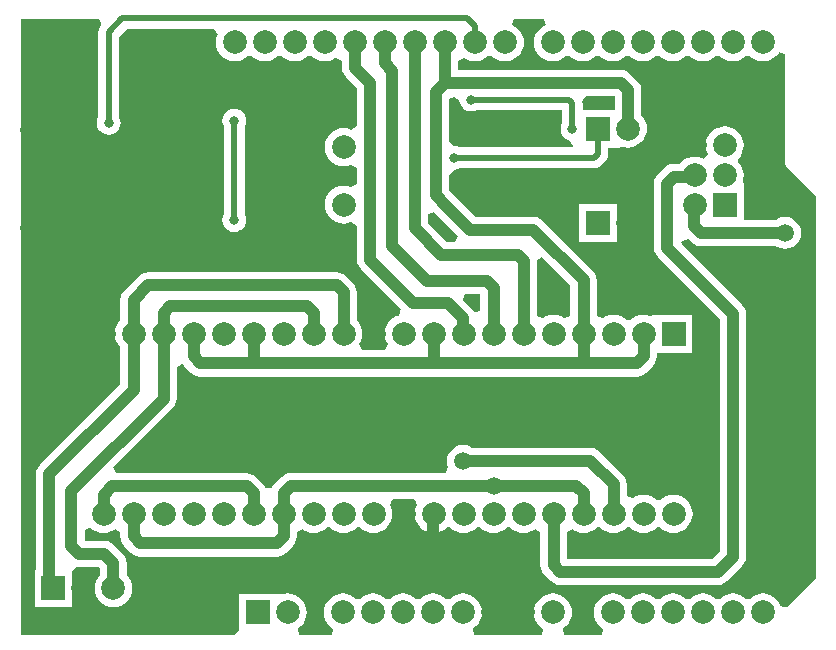
<source format=gbr>
%TF.GenerationSoftware,Altium Limited,Altium Designer,20.2.6 (244)*%
G04 Layer_Physical_Order=2*
G04 Layer_Color=16711680*
%FSLAX26Y26*%
%MOIN*%
%TF.SameCoordinates,5A7C1849-F1A5-4743-A48D-7E663CB7BB3B*%
%TF.FilePolarity,Positive*%
%TF.FileFunction,Copper,L2,Bot,Signal*%
%TF.Part,Single*%
G01*
G75*
%TA.AperFunction,Conductor*%
%ADD22C,0.039370*%
%ADD23C,0.021654*%
%ADD27C,0.019685*%
%TA.AperFunction,ComponentPad*%
%ADD30R,0.078740X0.078740*%
%ADD31C,0.078740*%
%ADD32R,0.078740X0.078740*%
%ADD33O,0.049213X0.041339*%
%ADD34O,0.074803X0.047244*%
%TA.AperFunction,ViaPad*%
%ADD35C,0.031496*%
%ADD36C,0.059055*%
G36*
X1775777Y2058479D02*
X1764834Y2052629D01*
X1755242Y2044758D01*
X1747370Y2035166D01*
X1741521Y2024223D01*
X1737919Y2012349D01*
X1736703Y2000000D01*
X1737919Y1987651D01*
X1741521Y1975777D01*
X1747370Y1964834D01*
X1755242Y1955242D01*
X1764834Y1947371D01*
X1775777Y1941521D01*
X1787651Y1937919D01*
X1800000Y1936703D01*
X1812348Y1937919D01*
X1824223Y1941521D01*
X1835166Y1947371D01*
X1844757Y1955242D01*
X1855242D01*
X1864834Y1947371D01*
X1875777Y1941521D01*
X1887651Y1937919D01*
X1900000Y1936703D01*
X1912348Y1937919D01*
X1924223Y1941521D01*
X1935166Y1947371D01*
X1944757Y1955242D01*
X1955242D01*
X1964834Y1947371D01*
X1975777Y1941521D01*
X1987651Y1937919D01*
X2000000Y1936703D01*
X2012348Y1937919D01*
X2024223Y1941521D01*
X2035166Y1947371D01*
X2044757Y1955242D01*
X2055242D01*
X2064834Y1947371D01*
X2075777Y1941521D01*
X2087651Y1937919D01*
X2100000Y1936703D01*
X2112348Y1937919D01*
X2124222Y1941521D01*
X2135166Y1947371D01*
X2144757Y1955242D01*
X2155242D01*
X2164834Y1947371D01*
X2175777Y1941521D01*
X2187651Y1937919D01*
X2200000Y1936703D01*
X2212348Y1937919D01*
X2224222Y1941521D01*
X2235166Y1947371D01*
X2244757Y1955242D01*
X2255242D01*
X2264834Y1947371D01*
X2275777Y1941521D01*
X2287651Y1937919D01*
X2300000Y1936703D01*
X2312348Y1937919D01*
X2324222Y1941521D01*
X2335166Y1947371D01*
X2344757Y1955242D01*
X2355242D01*
X2364834Y1947371D01*
X2375777Y1941521D01*
X2387651Y1937919D01*
X2400000Y1936703D01*
X2412348Y1937919D01*
X2424222Y1941521D01*
X2435166Y1947371D01*
X2444757Y1955242D01*
X2455242D01*
X2464834Y1947371D01*
X2475777Y1941521D01*
X2487651Y1937919D01*
X2500000Y1936703D01*
X2512348Y1937919D01*
X2524222Y1941521D01*
X2535166Y1947371D01*
X2544758Y1955242D01*
X2552629Y1964834D01*
X2553968Y1967338D01*
X2573653Y1962407D01*
Y1600000D01*
X2573686Y1599746D01*
X2573657Y1599492D01*
X2574135Y1596339D01*
X2574550Y1593181D01*
X2574648Y1592944D01*
X2574687Y1592691D01*
X2575963Y1589770D01*
X2577182Y1586826D01*
X2577338Y1586623D01*
X2577441Y1586388D01*
X2579430Y1583898D01*
X2581370Y1581370D01*
X2581573Y1581214D01*
X2581733Y1581014D01*
X2677590Y1488787D01*
Y211213D01*
X2581733Y118987D01*
X2581573Y118786D01*
X2581370Y118630D01*
X2580916Y118039D01*
X2570914Y117373D01*
X2567455Y117890D01*
X2559346Y121363D01*
X2558479Y124223D01*
X2552629Y135166D01*
X2544758Y144758D01*
X2535166Y152629D01*
X2524222Y158479D01*
X2512348Y162081D01*
X2500000Y163297D01*
X2487651Y162081D01*
X2475777Y158479D01*
X2464834Y152629D01*
X2455242Y144758D01*
X2444757D01*
X2435166Y152629D01*
X2424222Y158479D01*
X2412348Y162081D01*
X2400000Y163297D01*
X2387651Y162081D01*
X2375777Y158479D01*
X2364834Y152629D01*
X2355242Y144758D01*
X2344757D01*
X2335166Y152629D01*
X2324222Y158479D01*
X2312348Y162081D01*
X2300000Y163297D01*
X2287651Y162081D01*
X2275777Y158479D01*
X2264834Y152629D01*
X2255242Y144758D01*
X2244757D01*
X2235166Y152629D01*
X2224222Y158479D01*
X2212348Y162081D01*
X2200000Y163297D01*
X2187651Y162081D01*
X2175777Y158479D01*
X2164834Y152629D01*
X2155242Y144758D01*
X2144757D01*
X2135166Y152629D01*
X2124222Y158479D01*
X2112348Y162081D01*
X2100000Y163297D01*
X2087651Y162081D01*
X2075777Y158479D01*
X2064834Y152629D01*
X2055242Y144758D01*
X2044757D01*
X2035166Y152629D01*
X2024223Y158479D01*
X2012348Y162081D01*
X2000000Y163297D01*
X1987651Y162081D01*
X1975777Y158479D01*
X1964834Y152629D01*
X1955242Y144758D01*
X1947370Y135166D01*
X1941521Y124223D01*
X1937919Y112349D01*
X1936703Y100000D01*
X1937919Y87651D01*
X1941521Y75777D01*
X1947370Y64834D01*
X1955242Y55242D01*
X1964834Y47371D01*
X1967337Y46032D01*
X1962407Y26347D01*
X1837593D01*
X1832662Y46032D01*
X1835166Y47371D01*
X1844757Y55242D01*
X1852629Y64834D01*
X1858478Y75777D01*
X1862081Y87651D01*
X1863297Y100000D01*
X1862081Y112349D01*
X1858478Y124223D01*
X1852629Y135166D01*
X1844757Y144758D01*
X1835166Y152629D01*
X1824223Y158479D01*
X1812348Y162081D01*
X1800000Y163297D01*
X1787651Y162081D01*
X1775777Y158479D01*
X1764834Y152629D01*
X1755242Y144758D01*
X1747370Y135166D01*
X1741521Y124223D01*
X1737919Y112349D01*
X1736703Y100000D01*
X1737919Y87651D01*
X1741521Y75777D01*
X1747370Y64834D01*
X1755242Y55242D01*
X1764834Y47371D01*
X1767337Y46032D01*
X1762407Y26347D01*
X1537593D01*
X1532662Y46032D01*
X1535166Y47371D01*
X1544757Y55242D01*
X1552629Y64834D01*
X1558478Y75777D01*
X1562081Y87651D01*
X1563297Y100000D01*
X1562081Y112349D01*
X1558478Y124223D01*
X1552629Y135166D01*
X1544757Y144758D01*
X1535166Y152629D01*
X1524223Y158479D01*
X1512348Y162081D01*
X1500000Y163297D01*
X1487651Y162081D01*
X1475777Y158479D01*
X1464834Y152629D01*
X1455242Y144758D01*
X1444757D01*
X1435166Y152629D01*
X1424223Y158479D01*
X1412348Y162081D01*
X1400000Y163297D01*
X1387651Y162081D01*
X1375777Y158479D01*
X1364834Y152629D01*
X1355242Y144758D01*
X1344757D01*
X1335166Y152629D01*
X1324223Y158479D01*
X1312348Y162081D01*
X1300000Y163297D01*
X1287651Y162081D01*
X1275777Y158479D01*
X1264834Y152629D01*
X1255242Y144758D01*
X1244757D01*
X1235166Y152629D01*
X1224223Y158479D01*
X1212348Y162081D01*
X1200000Y163297D01*
X1187651Y162081D01*
X1175777Y158479D01*
X1164834Y152629D01*
X1155242Y144758D01*
X1144757D01*
X1135166Y152629D01*
X1124223Y158479D01*
X1112348Y162081D01*
X1100000Y163297D01*
X1087651Y162081D01*
X1075777Y158479D01*
X1064834Y152629D01*
X1055242Y144758D01*
X1047370Y135166D01*
X1041521Y124223D01*
X1037919Y112349D01*
X1036703Y100000D01*
X1037919Y87651D01*
X1041521Y75777D01*
X1047370Y64834D01*
X1055242Y55242D01*
X1064834Y47371D01*
X1067337Y46032D01*
X1062407Y26347D01*
X953735D01*
X948804Y46032D01*
X951308Y47371D01*
X960899Y55242D01*
X968771Y64834D01*
X974620Y75777D01*
X978222Y87651D01*
X979439Y100000D01*
X978222Y112349D01*
X974620Y124223D01*
X968771Y135166D01*
X960899Y144758D01*
X951308Y152629D01*
X940364Y158479D01*
X928490Y162081D01*
X916142Y163297D01*
X903793Y162081D01*
X898819Y160572D01*
X879134Y162992D01*
Y162992D01*
X753150D01*
Y46032D01*
X753149Y37008D01*
X737880Y26347D01*
X26347D01*
Y2077590D01*
X287732D01*
X292838Y2065261D01*
X293906Y2057905D01*
X288846Y2051310D01*
X285375Y2042930D01*
X284191Y2033937D01*
Y1751278D01*
X280580Y1742561D01*
X279227Y1732284D01*
X280580Y1722006D01*
X284547Y1712429D01*
X290858Y1704205D01*
X299082Y1697894D01*
X308659Y1693927D01*
X318937Y1692574D01*
X329215Y1693927D01*
X338792Y1697894D01*
X347016Y1704205D01*
X353327Y1712429D01*
X357294Y1722006D01*
X358647Y1732284D01*
X357294Y1742561D01*
X353683Y1751278D01*
Y2019545D01*
X379392Y2045254D01*
X670995D01*
X682241Y2025569D01*
X681521Y2024223D01*
X677919Y2012349D01*
X676703Y2000000D01*
X677919Y1987651D01*
X681521Y1975777D01*
X687370Y1964834D01*
X695242Y1955242D01*
X704834Y1947371D01*
X715777Y1941521D01*
X727651Y1937919D01*
X740000Y1936703D01*
X752348Y1937919D01*
X764222Y1941521D01*
X775166Y1947371D01*
X784757Y1955242D01*
X795242D01*
X804834Y1947371D01*
X815777Y1941521D01*
X827651Y1937919D01*
X840000Y1936703D01*
X852348Y1937919D01*
X864222Y1941521D01*
X875166Y1947371D01*
X884757Y1955242D01*
X895242D01*
X904834Y1947371D01*
X915777Y1941521D01*
X927651Y1937919D01*
X940000Y1936703D01*
X952348Y1937919D01*
X964222Y1941521D01*
X975166Y1947371D01*
X984757Y1955242D01*
X995242D01*
X1004834Y1947371D01*
X1015777Y1941521D01*
X1027651Y1937919D01*
X1040000Y1936703D01*
X1052348Y1937919D01*
X1064223Y1941521D01*
X1075166Y1947371D01*
X1076634Y1948576D01*
X1096319Y1939265D01*
Y1915000D01*
X1097807Y1903695D01*
X1102171Y1893160D01*
X1109113Y1884113D01*
X1146319Y1846907D01*
Y1721432D01*
X1126634Y1709633D01*
X1126585Y1709660D01*
X1114711Y1713262D01*
X1102362Y1714478D01*
X1090014Y1713262D01*
X1078139Y1709660D01*
X1067196Y1703811D01*
X1057604Y1695939D01*
X1049733Y1686347D01*
X1043883Y1675404D01*
X1040281Y1663530D01*
X1039065Y1651181D01*
X1040281Y1638833D01*
X1043883Y1626958D01*
X1049733Y1616015D01*
X1057604Y1606424D01*
X1067196Y1598552D01*
X1078139Y1592703D01*
X1090014Y1589101D01*
X1102362Y1587884D01*
X1114711Y1589101D01*
X1126585Y1592703D01*
X1126634Y1592729D01*
X1146319Y1580930D01*
Y1529306D01*
X1126634Y1517507D01*
X1126585Y1517534D01*
X1114711Y1521136D01*
X1102362Y1522352D01*
X1090014Y1521136D01*
X1078139Y1517534D01*
X1067196Y1511685D01*
X1057604Y1503813D01*
X1049733Y1494221D01*
X1043883Y1483278D01*
X1040281Y1471404D01*
X1039065Y1459055D01*
X1040281Y1446707D01*
X1043883Y1434832D01*
X1049733Y1423889D01*
X1057604Y1414297D01*
X1067196Y1406426D01*
X1078139Y1400576D01*
X1090014Y1396975D01*
X1102362Y1395758D01*
X1114711Y1396975D01*
X1126585Y1400576D01*
X1126634Y1400603D01*
X1146319Y1388804D01*
Y1275000D01*
X1147808Y1263695D01*
X1152171Y1253160D01*
X1159113Y1244113D01*
X1292714Y1110512D01*
X1291069Y1099832D01*
X1286045Y1089343D01*
X1277746Y1086825D01*
X1266803Y1080976D01*
X1257211Y1073104D01*
X1249339Y1063512D01*
X1243490Y1052569D01*
X1239888Y1040695D01*
X1238672Y1028347D01*
X1239888Y1015998D01*
X1243490Y1004124D01*
X1249339Y993181D01*
X1239877Y973681D01*
X1164060D01*
X1154598Y993181D01*
X1160447Y1004124D01*
X1164049Y1015998D01*
X1165265Y1028347D01*
X1164049Y1040695D01*
X1160447Y1052569D01*
X1154598Y1063512D01*
X1146726Y1073104D01*
X1145649Y1073988D01*
Y1166938D01*
X1144161Y1178243D01*
X1139797Y1188778D01*
X1132855Y1197824D01*
X1109793Y1220887D01*
X1100746Y1227829D01*
X1090211Y1232192D01*
X1078906Y1233681D01*
X450000D01*
X438695Y1232192D01*
X428160Y1227829D01*
X419113Y1220887D01*
X371082Y1172855D01*
X364140Y1163809D01*
X359776Y1153274D01*
X358288Y1141968D01*
Y1073988D01*
X357211Y1073104D01*
X349339Y1063512D01*
X343490Y1052569D01*
X339888Y1040695D01*
X338672Y1028347D01*
X339888Y1015998D01*
X343490Y1004124D01*
X349339Y993181D01*
X357211Y983589D01*
X358288Y982705D01*
Y860062D01*
X89113Y590887D01*
X82171Y581840D01*
X77808Y571305D01*
X76319Y560000D01*
Y242992D01*
X72008D01*
Y117008D01*
X197992D01*
Y235934D01*
X201634Y241676D01*
X213895Y252123D01*
X220000Y251319D01*
X286907D01*
X291319Y246907D01*
Y225642D01*
X290242Y224758D01*
X282371Y215166D01*
X276521Y204223D01*
X272919Y192349D01*
X271703Y180000D01*
X272919Y167651D01*
X276521Y155777D01*
X282371Y144834D01*
X290242Y135242D01*
X299834Y127371D01*
X310777Y121521D01*
X322651Y117919D01*
X335000Y116703D01*
X347349Y117919D01*
X359223Y121521D01*
X370166Y127371D01*
X379758Y135242D01*
X387629Y144834D01*
X393479Y155777D01*
X397081Y167651D01*
X398297Y180000D01*
X397081Y192349D01*
X393479Y204223D01*
X387629Y215166D01*
X379758Y224758D01*
X378681Y225642D01*
Y265000D01*
X377192Y276305D01*
X372829Y286840D01*
X365887Y295887D01*
X335887Y325887D01*
X326840Y332829D01*
X316305Y337192D01*
X305000Y338681D01*
X238681D01*
Y375138D01*
X253538Y381914D01*
X258366Y382641D01*
X266803Y375717D01*
X277746Y369868D01*
X289620Y366266D01*
X301969Y365050D01*
X314317Y366266D01*
X326191Y369868D01*
X337134Y375717D01*
X338603Y376922D01*
X358288Y367612D01*
Y353062D01*
X359776Y341757D01*
X364140Y331222D01*
X371082Y322176D01*
X394144Y299113D01*
X403191Y292171D01*
X413726Y287808D01*
X425031Y286319D01*
X878906D01*
X890211Y287808D01*
X900746Y292171D01*
X909793Y299113D01*
X932855Y322176D01*
X939797Y331222D01*
X944161Y341757D01*
X945649Y353062D01*
Y367612D01*
X965334Y376922D01*
X966803Y375717D01*
X977746Y369868D01*
X989620Y366266D01*
X1001968Y365050D01*
X1014317Y366266D01*
X1026191Y369868D01*
X1037134Y375717D01*
X1046726Y383589D01*
X1057211D01*
X1066803Y375717D01*
X1077746Y369868D01*
X1089620Y366266D01*
X1101968Y365050D01*
X1114317Y366266D01*
X1126191Y369868D01*
X1137134Y375717D01*
X1146726Y383589D01*
X1157211D01*
X1166803Y375717D01*
X1177746Y369868D01*
X1189620Y366266D01*
X1201968Y365050D01*
X1214317Y366266D01*
X1226191Y369868D01*
X1237134Y375717D01*
X1246726Y383589D01*
X1254598Y393181D01*
X1260447Y404124D01*
X1264049Y415998D01*
X1265265Y428346D01*
X1264049Y440695D01*
X1260447Y452569D01*
X1257464Y458150D01*
X1263828Y473154D01*
X1268309Y477835D01*
X1335628D01*
X1340109Y473154D01*
X1346473Y458150D01*
X1343490Y452569D01*
X1339888Y440695D01*
X1338672Y428346D01*
X1339888Y415998D01*
X1343490Y404124D01*
X1349339Y393181D01*
X1357211Y383589D01*
X1366803Y375717D01*
X1377746Y369868D01*
X1389620Y366266D01*
X1401968Y365050D01*
X1414317Y366266D01*
X1426191Y369868D01*
X1437134Y375717D01*
X1446726Y383589D01*
X1457211D01*
X1466803Y375717D01*
X1477746Y369868D01*
X1489620Y366266D01*
X1501968Y365050D01*
X1514317Y366266D01*
X1526191Y369868D01*
X1537134Y375717D01*
X1546726Y383589D01*
X1557211D01*
X1566803Y375717D01*
X1577746Y369868D01*
X1589620Y366266D01*
X1601968Y365050D01*
X1614317Y366266D01*
X1626191Y369868D01*
X1637134Y375717D01*
X1646726Y383589D01*
X1657211D01*
X1666803Y375717D01*
X1677746Y369868D01*
X1689620Y366266D01*
X1701968Y365050D01*
X1714317Y366266D01*
X1726191Y369868D01*
X1737134Y375717D01*
X1738603Y376922D01*
X1758288Y367612D01*
Y258062D01*
X1759776Y246757D01*
X1764140Y236222D01*
X1771082Y227176D01*
X1794144Y204113D01*
X1803191Y197171D01*
X1813726Y192808D01*
X1825031Y191319D01*
X2350000D01*
X2361305Y192808D01*
X2371840Y197171D01*
X2380887Y204113D01*
X2430887Y254113D01*
X2437829Y263160D01*
X2442192Y273695D01*
X2443681Y285000D01*
Y1095000D01*
X2442192Y1106305D01*
X2437829Y1116840D01*
X2430887Y1125887D01*
X2229067Y1327707D01*
X2228435Y1335899D01*
X2229304Y1339348D01*
X2250791Y1345497D01*
X2262176Y1334113D01*
X2271222Y1327171D01*
X2281757Y1322808D01*
X2293062Y1321319D01*
X2543299D01*
X2546877Y1318574D01*
X2559806Y1313219D01*
X2573681Y1311392D01*
X2587555Y1313219D01*
X2600485Y1318574D01*
X2611587Y1327093D01*
X2620107Y1338196D01*
X2625462Y1351125D01*
X2627289Y1365000D01*
X2625462Y1378875D01*
X2620107Y1391804D01*
X2611587Y1402907D01*
X2600485Y1411426D01*
X2587555Y1416781D01*
X2573681Y1418608D01*
X2559806Y1416781D01*
X2546877Y1411426D01*
X2543299Y1408681D01*
X2435827D01*
Y1520472D01*
X2435827Y1520472D01*
X2433406Y1540157D01*
X2434915Y1545132D01*
X2436131Y1557480D01*
X2434915Y1569829D01*
X2431313Y1581703D01*
X2425464Y1592646D01*
X2417592Y1602238D01*
Y1612723D01*
X2425464Y1622314D01*
X2431313Y1633258D01*
X2434915Y1645132D01*
X2436131Y1657480D01*
X2434915Y1669829D01*
X2431313Y1681703D01*
X2425464Y1692646D01*
X2417592Y1702238D01*
X2408001Y1710110D01*
X2397057Y1715959D01*
X2385183Y1719561D01*
X2372835Y1720777D01*
X2360486Y1719561D01*
X2348612Y1715959D01*
X2337669Y1710110D01*
X2328077Y1702238D01*
X2320205Y1692646D01*
X2314356Y1681703D01*
X2310754Y1669829D01*
X2309538Y1657480D01*
X2310754Y1645132D01*
X2314356Y1633258D01*
X2317765Y1626879D01*
X2303436Y1612549D01*
X2297057Y1615959D01*
X2285183Y1619561D01*
X2272835Y1620777D01*
X2260486Y1619561D01*
X2248612Y1615959D01*
X2237669Y1610110D01*
X2228077Y1602238D01*
X2223175Y1596264D01*
X2203062D01*
X2191757Y1594776D01*
X2181222Y1590412D01*
X2172176Y1583471D01*
X2149113Y1560408D01*
X2142171Y1551362D01*
X2137808Y1540827D01*
X2136319Y1529521D01*
Y1315000D01*
X2137808Y1303695D01*
X2142171Y1293160D01*
X2149113Y1284113D01*
X2356319Y1076907D01*
Y303093D01*
X2331907Y278681D01*
X1845649D01*
Y367612D01*
X1865334Y376922D01*
X1866803Y375717D01*
X1877746Y369868D01*
X1889620Y366266D01*
X1901968Y365050D01*
X1914317Y366266D01*
X1926191Y369868D01*
X1937134Y375717D01*
X1946726Y383589D01*
X1957211D01*
X1966803Y375717D01*
X1977746Y369868D01*
X1989620Y366266D01*
X2001968Y365050D01*
X2014317Y366266D01*
X2026191Y369868D01*
X2037134Y375717D01*
X2046726Y383589D01*
X2057211D01*
X2066803Y375717D01*
X2077746Y369868D01*
X2089620Y366266D01*
X2101968Y365050D01*
X2114317Y366266D01*
X2126191Y369868D01*
X2137134Y375717D01*
X2146726Y383589D01*
X2157211D01*
X2166803Y375717D01*
X2177746Y369868D01*
X2189620Y366266D01*
X2201968Y365050D01*
X2214317Y366266D01*
X2226191Y369868D01*
X2237134Y375717D01*
X2246726Y383589D01*
X2254598Y393181D01*
X2260447Y404124D01*
X2264049Y415998D01*
X2265265Y428346D01*
X2264049Y440695D01*
X2260447Y452569D01*
X2254598Y463512D01*
X2246726Y473104D01*
X2237134Y480976D01*
X2226191Y486825D01*
X2214317Y490427D01*
X2201968Y491643D01*
X2189620Y490427D01*
X2177746Y486825D01*
X2166803Y480976D01*
X2157211Y473104D01*
X2146726D01*
X2137134Y480976D01*
X2126191Y486825D01*
X2114317Y490427D01*
X2101968Y491643D01*
X2089620Y490427D01*
X2077746Y486825D01*
X2066803Y480976D01*
X2065334Y479771D01*
X2045649Y489081D01*
Y528032D01*
X2044161Y539337D01*
X2039797Y549872D01*
X2032855Y558918D01*
X1955887Y635887D01*
X1946840Y642829D01*
X1936305Y647192D01*
X1925000Y648681D01*
X1530382D01*
X1526804Y651426D01*
X1513875Y656781D01*
X1500000Y658608D01*
X1486125Y656781D01*
X1473196Y651426D01*
X1462093Y642907D01*
X1453574Y631804D01*
X1448219Y618875D01*
X1446392Y605000D01*
X1448219Y591125D01*
X1450805Y584882D01*
X1442537Y568526D01*
X1438736Y565197D01*
X926547D01*
X915241Y563708D01*
X904706Y559344D01*
X895660Y552403D01*
X871082Y527824D01*
X864140Y518778D01*
X862347Y514450D01*
X841590D01*
X839797Y518778D01*
X832855Y527824D01*
X809793Y550887D01*
X800746Y557829D01*
X790211Y562192D01*
X778906Y563681D01*
X343293D01*
X335139Y583366D01*
X532855Y781082D01*
X539797Y790128D01*
X544161Y800663D01*
X545649Y811968D01*
Y916904D01*
X563149Y929699D01*
X565334Y929666D01*
X571082Y922176D01*
X594144Y899113D01*
X603191Y892171D01*
X613726Y887808D01*
X625031Y886319D01*
X2078906D01*
X2090211Y887808D01*
X2100746Y892171D01*
X2109793Y899113D01*
X2132855Y922176D01*
X2139797Y931222D01*
X2144161Y941757D01*
X2145649Y953062D01*
Y965354D01*
X2264961D01*
Y1091339D01*
X2138977D01*
X2138976Y1091339D01*
X2119291Y1088918D01*
X2114317Y1090427D01*
X2101968Y1091643D01*
X2089620Y1090427D01*
X2077746Y1086825D01*
X2066803Y1080976D01*
X2057211Y1073104D01*
X2046726D01*
X2037134Y1080976D01*
X2026191Y1086825D01*
X2014317Y1090427D01*
X2001968Y1091643D01*
X1989620Y1090427D01*
X1977746Y1086825D01*
X1966803Y1080976D01*
X1965334Y1079771D01*
X1945649Y1089081D01*
Y1208032D01*
X1944161Y1219337D01*
X1939797Y1229872D01*
X1932855Y1238918D01*
X1765887Y1405887D01*
X1756840Y1412829D01*
X1746305Y1417192D01*
X1735000Y1418681D01*
X1543093D01*
X1475887Y1485887D01*
X1453681Y1508093D01*
Y1558950D01*
X1469685Y1575290D01*
X1479963Y1576643D01*
X1488679Y1580254D01*
X1937316D01*
X1946309Y1581438D01*
X1954689Y1584909D01*
X1961885Y1590431D01*
X1974569Y1603115D01*
X1980091Y1610311D01*
X1983562Y1618691D01*
X1984746Y1627684D01*
Y1649606D01*
X2012992D01*
X2012992Y1649606D01*
X2032677Y1652027D01*
X2037651Y1650518D01*
X2050000Y1649302D01*
X2062349Y1650518D01*
X2074223Y1654120D01*
X2085166Y1659969D01*
X2094758Y1667841D01*
X2102629Y1677432D01*
X2108479Y1688376D01*
X2112081Y1700250D01*
X2113297Y1712598D01*
X2112081Y1724947D01*
X2108479Y1736821D01*
X2102629Y1747764D01*
X2094758Y1757356D01*
X2093681Y1758240D01*
Y1841938D01*
X2092192Y1853243D01*
X2087829Y1863778D01*
X2080887Y1872824D01*
X2057824Y1895887D01*
X2048778Y1902829D01*
X2038243Y1907192D01*
X2026938Y1908681D01*
X1483681D01*
Y1939265D01*
X1503366Y1948575D01*
X1504834Y1947371D01*
X1515777Y1941521D01*
X1527651Y1937919D01*
X1540000Y1936703D01*
X1552348Y1937919D01*
X1564223Y1941521D01*
X1575166Y1947371D01*
X1584757Y1955242D01*
X1595242D01*
X1604834Y1947371D01*
X1615777Y1941521D01*
X1627651Y1937919D01*
X1640000Y1936703D01*
X1652348Y1937919D01*
X1664223Y1941521D01*
X1675166Y1947371D01*
X1684757Y1955242D01*
X1692629Y1964834D01*
X1698478Y1975777D01*
X1702081Y1987651D01*
X1703297Y2000000D01*
X1702081Y2012349D01*
X1698478Y2024223D01*
X1692629Y2035166D01*
X1684757Y2044758D01*
X1675166Y2052629D01*
X1664223Y2058479D01*
X1669035Y2077590D01*
X1770965D01*
X1775777Y2058479D01*
D02*
G37*
G36*
X2006319Y1775591D02*
X1898753D01*
Y1798114D01*
X1898290Y1801634D01*
X1907271Y1816416D01*
X1911542Y1820642D01*
X1912917Y1821319D01*
X2006319D01*
Y1775591D01*
D02*
G37*
G36*
X1487883Y1809392D02*
X1489203Y1799368D01*
X1493169Y1789791D01*
X1499480Y1781567D01*
X1507704Y1775256D01*
X1517282Y1771289D01*
X1527559Y1769936D01*
X1537837Y1771289D01*
X1547414Y1775256D01*
X1548243Y1775892D01*
X1831247D01*
Y1733282D01*
X1830610Y1732453D01*
X1826643Y1722876D01*
X1825290Y1712598D01*
X1826643Y1702321D01*
X1830610Y1692744D01*
X1836921Y1684519D01*
X1845145Y1678209D01*
X1854722Y1674242D01*
X1867629Y1656313D01*
X1868084Y1653440D01*
X1866962Y1649746D01*
X1488679D01*
X1479963Y1653357D01*
X1469685Y1654710D01*
X1453681Y1671050D01*
Y1812249D01*
X1471616Y1819329D01*
X1487883Y1809392D01*
D02*
G37*
G36*
X1414113Y1424113D02*
X1482360Y1355866D01*
X1474207Y1336181D01*
X1445593D01*
X1383681Y1398093D01*
Y1428826D01*
X1401867Y1436359D01*
X1414113Y1424113D01*
D02*
G37*
G36*
X1558288Y1103887D02*
X1538603Y1099971D01*
X1537829Y1101840D01*
X1530887Y1110887D01*
X1500139Y1141634D01*
X1508293Y1161319D01*
X1558288D01*
Y1103887D01*
D02*
G37*
G36*
X1858288Y1189938D02*
Y1089081D01*
X1838603Y1079771D01*
X1837134Y1080976D01*
X1826191Y1086825D01*
X1814317Y1090427D01*
X1801968Y1091643D01*
X1789620Y1090427D01*
X1777746Y1086825D01*
X1766803Y1080976D01*
X1765334Y1079771D01*
X1745649Y1089081D01*
Y1150689D01*
Y1273032D01*
X1745390Y1274997D01*
X1764035Y1284191D01*
X1858288Y1189938D01*
D02*
G37*
%LPC*%
G36*
X737520Y1778450D02*
X727242Y1777097D01*
X717665Y1773130D01*
X709441Y1766819D01*
X703130Y1758595D01*
X699163Y1749018D01*
X697810Y1738740D01*
X699163Y1728463D01*
X702774Y1719746D01*
Y1426475D01*
X699163Y1417758D01*
X697810Y1407480D01*
X699163Y1397203D01*
X703130Y1387625D01*
X709441Y1379401D01*
X717665Y1373091D01*
X727242Y1369124D01*
X737520Y1367771D01*
X747797Y1369124D01*
X757375Y1373091D01*
X765599Y1379401D01*
X771909Y1387625D01*
X775876Y1397203D01*
X777229Y1407480D01*
X775876Y1417758D01*
X772266Y1426475D01*
Y1719746D01*
X775876Y1728463D01*
X777229Y1738740D01*
X775876Y1749018D01*
X771909Y1758595D01*
X765599Y1766819D01*
X757375Y1773130D01*
X747797Y1777097D01*
X737520Y1778450D01*
D02*
G37*
G36*
X2012992Y1460630D02*
X1887008D01*
Y1334646D01*
X2012992D01*
Y1460630D01*
D02*
G37*
%LPD*%
D22*
X1445000Y1455000D02*
X1525000Y1375000D01*
X1410000Y1490000D02*
X1445000Y1455000D01*
X1140000Y1915000D02*
X1190000Y1865000D01*
Y1275000D02*
X1335000Y1130000D01*
X1190000Y1275000D02*
Y1865000D01*
X1140000Y1915000D02*
Y2000000D01*
X1265000Y1320000D02*
Y1905000D01*
X1240000Y1930000D02*
Y2000000D01*
Y1930000D02*
X1265000Y1905000D01*
Y1320000D02*
X1380000Y1205000D01*
X1410000Y1835000D02*
X1440000Y1865000D01*
X1410000Y1490000D02*
Y1835000D01*
X1701968Y1150689D02*
Y1273032D01*
Y1028347D02*
Y1150689D01*
X1340000Y1380000D02*
X1427500Y1292500D01*
X1340000Y2000000D02*
X1340000Y2000000D01*
Y1380000D02*
Y2000000D01*
X1572500Y1205000D02*
X1578906D01*
X1380000D02*
X1572500D01*
X2050000Y1712598D02*
Y1841938D01*
X1440000Y1865000D02*
X2026938D01*
X2050000Y1841938D01*
X1440000Y2000000D02*
X1440000Y2000000D01*
Y1865000D02*
Y2000000D01*
X1525000Y1375000D02*
X1735000D01*
X1877390Y521516D02*
X1901968Y496938D01*
X901968D02*
X926547Y521516D01*
X1603484D02*
X1877390D01*
X926547D02*
X1603484D01*
X1601968Y1028347D02*
Y1181938D01*
X1578906Y1205000D02*
X1601968Y1181938D01*
X1101968Y1028347D02*
Y1166938D01*
X450000Y1190000D02*
X1078906D01*
X1101968Y1166938D01*
X501969Y811968D02*
Y1096938D01*
X525031Y1120000D02*
X978906D01*
X1001968Y1096938D01*
Y1028347D02*
Y1096938D01*
X901968Y428346D02*
Y496938D01*
Y353062D02*
Y428346D01*
X1682500Y1292500D02*
X1701968Y1273032D01*
X1450000Y1130000D02*
X1500000Y1080000D01*
X1335000Y1130000D02*
X1450000D01*
X1500000Y1030315D02*
X1501968Y1028347D01*
X1500000Y1030315D02*
Y1080000D01*
X1825031Y235000D02*
X2350000D01*
X1801968Y258062D02*
Y428346D01*
Y258062D02*
X1825031Y235000D01*
X625031Y930000D02*
X801968D01*
X601968Y953062D02*
Y1028347D01*
Y953062D02*
X625031Y930000D01*
X801968D02*
X1400000D01*
X801968D02*
Y1028347D01*
X1901968D02*
Y1208032D01*
Y930000D02*
Y1028347D01*
Y930000D02*
X2078906D01*
X2101968Y953062D02*
Y1028347D01*
X2078906Y930000D02*
X2101968Y953062D01*
X1735000Y1375000D02*
X1901968Y1208032D01*
X401969Y353062D02*
X425031Y330000D01*
X401969Y353062D02*
Y428346D01*
X401969Y428346D02*
X401969Y428346D01*
X1400000Y930000D02*
X1401968Y931968D01*
Y1028347D01*
X1901968Y428346D02*
Y496938D01*
X2001968Y428346D02*
Y528032D01*
X1925000Y605000D02*
X2001968Y528032D01*
X1500000Y605000D02*
X1925000D01*
X1400000Y930000D02*
X1901968D01*
X425031Y330000D02*
X878906D01*
X901968Y353062D01*
X330000Y520000D02*
X778906D01*
X801968Y428346D02*
Y496938D01*
X301969Y428346D02*
Y491969D01*
X401969Y1028347D02*
Y1141968D01*
X450000Y1190000D01*
X501969Y1096938D02*
X525031Y1120000D01*
X778906Y520000D02*
X801968Y496938D01*
X301969Y491969D02*
X330000Y520000D01*
X195000Y320000D02*
X220000Y295000D01*
X305000D01*
X335000Y265000D01*
Y180000D02*
Y265000D01*
X120000Y560000D02*
X401969Y841968D01*
X135000Y180000D02*
Y186392D01*
X120000Y201392D02*
X135000Y186392D01*
X120000Y201392D02*
Y560000D01*
X195000Y505000D02*
X501969Y811968D01*
X195000Y320000D02*
Y505000D01*
X401969Y841968D02*
Y1016968D01*
X2270000Y1388062D02*
Y1454646D01*
Y1388062D02*
X2293062Y1365000D01*
X2573681D01*
X2270000Y1454646D02*
X2272835Y1457480D01*
X2400000Y285000D02*
Y1095000D01*
X2350000Y235000D02*
X2400000Y285000D01*
X2180000Y1315000D02*
X2400000Y1095000D01*
X2180000Y1315000D02*
Y1529521D01*
X2203062Y1552584D02*
X2267938D01*
X2180000Y1529521D02*
X2203062Y1552584D01*
X2267938D02*
X2272835Y1557480D01*
X1600000Y100000D02*
X1600000Y100000D01*
Y255000D01*
X1440000Y290000D02*
X1565000D01*
X1600000Y255000D01*
X1400000Y330000D02*
X1440000Y290000D01*
X1400000Y426378D02*
X1401968Y428346D01*
X1400000Y330000D02*
Y426378D01*
X1427500Y1292500D02*
X1682500D01*
X1500000Y100000D02*
X1500000Y100000D01*
D23*
X1937316Y1615000D02*
X1950000Y1627684D01*
X1469685Y1615000D02*
X1937316D01*
X1950000Y1627684D02*
Y1712598D01*
X318937Y1736830D02*
X321600Y1734167D01*
X321615D01*
X318937Y1736830D02*
Y2033937D01*
X365000Y2080000D02*
X1515000D01*
X318937Y2033937D02*
X365000Y2080000D01*
X737520Y1407480D02*
Y1738740D01*
X1515000Y2080000D02*
X1540000Y2055000D01*
Y2000000D02*
Y2055000D01*
X1540000Y2000000D02*
X1540000Y2000000D01*
D27*
X1865000Y1712598D02*
Y1798114D01*
X1853469Y1809646D02*
X1865000Y1798114D01*
X1527559Y1809646D02*
X1853469D01*
D30*
X816142Y100000D02*
D03*
X1950000Y1397638D02*
D03*
Y1712598D02*
D03*
X135000Y180000D02*
D03*
D31*
X916142Y100000D02*
D03*
X2101968Y1028347D02*
D03*
X2001968D02*
D03*
X1901968D02*
D03*
X1801968D02*
D03*
X1701968D02*
D03*
X1601968D02*
D03*
X1501968D02*
D03*
X1401968D02*
D03*
X1301968D02*
D03*
X1201968D02*
D03*
X1101968D02*
D03*
X1001968D02*
D03*
X901968D02*
D03*
X801968D02*
D03*
X701968D02*
D03*
X601968D02*
D03*
X501969D02*
D03*
X401969D02*
D03*
X301969D02*
D03*
X2201968Y428346D02*
D03*
X2101968D02*
D03*
X2001968D02*
D03*
X1901968D02*
D03*
X1801968D02*
D03*
X1701968D02*
D03*
X1601968D02*
D03*
X1501968D02*
D03*
X1401968D02*
D03*
X1301968D02*
D03*
X1201968D02*
D03*
X1101968D02*
D03*
X1001968D02*
D03*
X901968D02*
D03*
X801968D02*
D03*
X701968D02*
D03*
X601968D02*
D03*
X501969D02*
D03*
X401969D02*
D03*
X301969D02*
D03*
X940000Y2000000D02*
D03*
X1040000D02*
D03*
X1240000D02*
D03*
X1440000D02*
D03*
X1640000D02*
D03*
X1540000D02*
D03*
X1340000D02*
D03*
X1140000D02*
D03*
X840000D02*
D03*
X740000D02*
D03*
X1800000D02*
D03*
X1900000D02*
D03*
X2100000D02*
D03*
X2500000D02*
D03*
X2000000D02*
D03*
X2200000D02*
D03*
X2300000D02*
D03*
X2400000D02*
D03*
X2000000Y100000D02*
D03*
X2100000D02*
D03*
X2300000D02*
D03*
X2500000D02*
D03*
X2400000D02*
D03*
X2200000D02*
D03*
X1300000D02*
D03*
X1800000D02*
D03*
X1400000D02*
D03*
X1200000D02*
D03*
X1100000D02*
D03*
X1500000D02*
D03*
X1600000D02*
D03*
X1700000D02*
D03*
X1102362Y1651181D02*
D03*
Y1459055D02*
D03*
X2050000Y1397638D02*
D03*
Y1712598D02*
D03*
X335000Y180000D02*
D03*
X235000D02*
D03*
X2272835Y1457480D02*
D03*
X2372835Y1557480D02*
D03*
Y1657480D02*
D03*
X2272835Y1557480D02*
D03*
Y1657480D02*
D03*
D32*
X2201968Y1028347D02*
D03*
X2372835Y1457480D02*
D03*
D33*
X178740Y1632874D02*
D03*
Y1457677D02*
D03*
D34*
X60630Y1380905D02*
D03*
Y1709646D02*
D03*
D35*
X1771653Y1553150D02*
D03*
X1701968Y1150689D02*
D03*
X1572500Y1205000D02*
D03*
X511811Y1318898D02*
D03*
Y1496063D02*
D03*
X385000Y1780000D02*
D03*
X1865000Y1712598D02*
D03*
X60000Y1545000D02*
D03*
X944882Y1555118D02*
D03*
X1445000Y1455000D02*
D03*
X737520Y1738740D02*
D03*
Y1407480D02*
D03*
X318937Y1732284D02*
D03*
X1527559Y1809646D02*
D03*
X1469685Y1615000D02*
D03*
D36*
X1603484Y521516D02*
D03*
X1500000Y605000D02*
D03*
X2573681Y1365000D02*
D03*
%TF.MD5,74ba69265bede7bf0e3b1840262c9681*%
M02*

</source>
